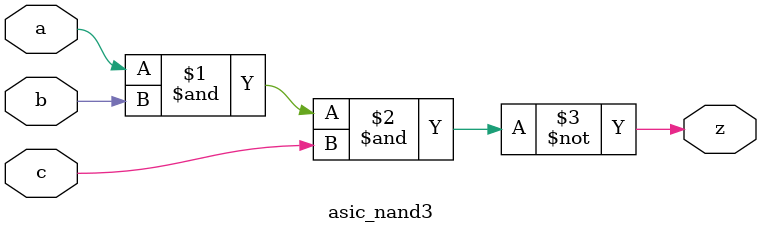
<source format=v>

module asic_nand3 #(parameter PROP = "DEFAULT")   (
    input  a,
    input  b,
    input  c,
    output z
    );

   assign z = ~(a & b & c);

endmodule

</source>
